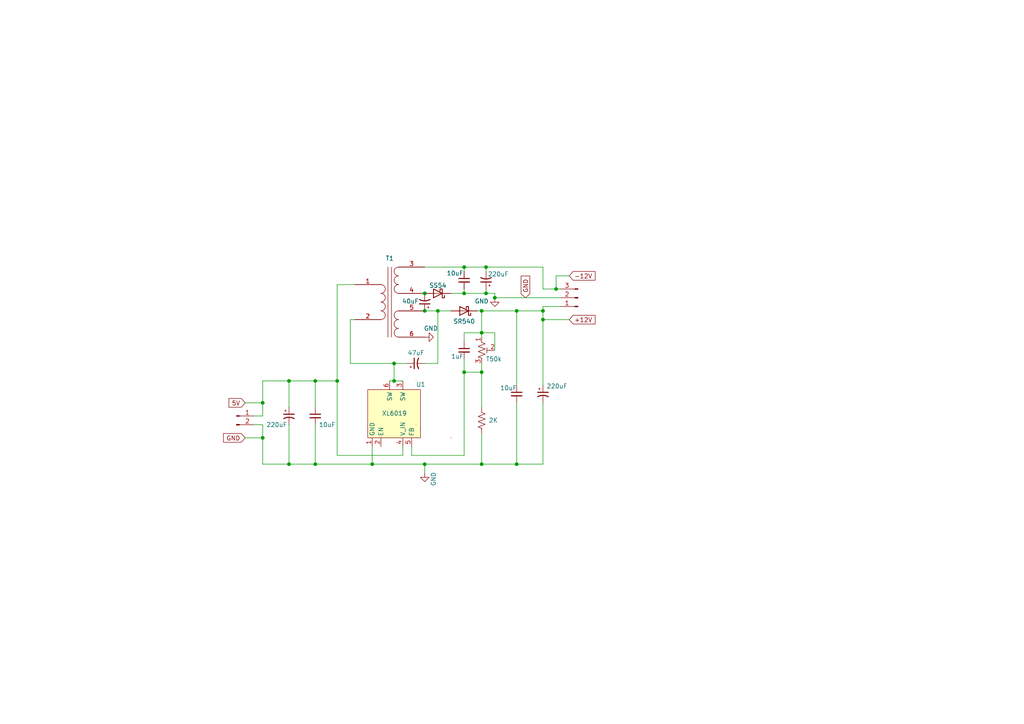
<source format=kicad_sch>
(kicad_sch (version 20231120) (generator "eeschema") (generator_version "8.0")
  (paper "A4")
  (lib_symbols
    (symbol "Connector:Conn_01x02_Pin" (pin_names (offset 1.016) hide)
      (property "Reference" "J" (at 0 2.54 0))
      (property "Value" "Conn_01x02_Pin" (at 0 -5.08 0))
      (symbol "Conn_01x02_Pin_1_1"
        (polyline (pts (xy 1.27 -2.54) (xy 0.8636 -2.54)) (stroke (width 0.1524)))
        (polyline (pts (xy 1.27 0) (xy 0.8636 0)) (stroke (width 0.1524)))
        (rectangle (start 0.8636 -2.413) (end 0 -2.667) (stroke (width 0.1524)) (fill (type outline)))
        (rectangle (start 0.8636 0.127) (end 0 -0.127) (stroke (width 0.1524)) (fill (type outline)))
        (pin passive line (at 5.08 0 180) (length 3.81) (name "Pin_1") (number "1"))
        (pin passive line (at 5.08 -2.54 180) (length 3.81) (name "Pin_2") (number "2"))
      )
    )
    (symbol "Connector:Conn_01x03_Pin" (pin_names (offset 1.016) hide)
      (property "Reference" "J" (at 0 5.08 0))
      (property "Value" "Conn_01x03_Pin" (at 0 -5.08 0))
      (symbol "Conn_01x03_Pin_1_1"
        (polyline (pts (xy 1.27 -2.54) (xy 0.8636 -2.54)) (stroke (width 0.1524)))
        (polyline (pts (xy 1.27 0) (xy 0.8636 0)) (stroke (width 0.1524)))
        (polyline (pts (xy 1.27 2.54) (xy 0.8636 2.54)) (stroke (width 0.1524)))
        (rectangle (start 0.8636 -2.413) (end 0 -2.667) (stroke (width 0.1524)) (fill (type outline)))
        (rectangle (start 0.8636 0.127) (end 0 -0.127) (stroke (width 0.1524)) (fill (type outline)))
        (rectangle (start 0.8636 2.667) (end 0 2.413) (stroke (width 0.1524)) (fill (type outline)))
        (pin passive line (at 5.08 2.54 180) (length 3.81) (name "Pin_1") (number "1"))
        (pin passive line (at 5.08 0 180) (length 3.81) (name "Pin_2") (number "2"))
        (pin passive line (at 5.08 -2.54 180) (length 3.81) (name "Pin_3") (number "3"))
      )
    )
    (symbol "Device:C_Polarized_Small_US" (pin_numbers hide) (pin_names (offset 0.254) hide)
      (property "Reference" "C" (at 0.254 1.778 0))
      (property "Value" "C_Polarized_Small_US" (at 0.254 -2.032 0))
      (symbol "C_Polarized_Small_US_0_1"
        (polyline (pts (xy -1.524 0.508) (xy 1.524 0.508)) (stroke (width 0.3048)))
        (polyline (pts (xy -1.27 1.524) (xy -0.762 1.524)))
        (polyline (pts (xy -1.016 1.27) (xy -1.016 1.778)))
        (arc (start 1.524 -0.762) (mid 0 -0.3734) (end -1.524 -0.762) (stroke (width 0.3048)))
      )
      (symbol "C_Polarized_Small_US_1_1"
        (pin passive line (at 0 2.54 270) (length 2.032) (name "~") (number "1"))
        (pin passive line (at 0 -2.54 90) (length 2.032) (name "~") (number "2"))
      )
    )
    (symbol "Device:C_Small" (pin_numbers hide) (pin_names (offset 0.254) hide)
      (property "Reference" "C" (at 0.254 1.778 0))
      (property "Value" "C_Small" (at 0.254 -2.032 0))
      (symbol "C_Small_0_1"
        (polyline (pts (xy -1.524 -0.508) (xy 1.524 -0.508)) (stroke (width 0.3302)))
        (polyline (pts (xy -1.524 0.508) (xy 1.524 0.508)) (stroke (width 0.3048)))
      )
      (symbol "C_Small_1_1"
        (pin passive line (at 0 2.54 270) (length 2.032) (name "~") (number "1"))
        (pin passive line (at 0 -2.54 90) (length 2.032) (name "~") (number "2"))
      )
    )
    (symbol "Device:D_Schottky" (pin_numbers hide) (pin_names (offset 1.016) hide)
      (property "Reference" "D" (at 0 2.54 0))
      (property "Value" "D_Schottky" (at 0 -2.54 0))
      (symbol "D_Schottky_0_1"
        (polyline (pts (xy 1.27 0) (xy -1.27 0)))
        (polyline (pts (xy 1.27 1.27) (xy 1.27 -1.27) (xy -1.27 0) (xy 1.27 1.27)) (stroke (width 0.254)))
        (polyline (pts (xy -1.905 0.635) (xy -1.905 1.27) (xy -1.27 1.27) (xy -1.27 -1.27) (xy -0.635 -1.27) (xy -0.635 -0.635)) (stroke (width 0.254)))
      )
      (symbol "D_Schottky_1_1"
        (pin passive line (at -3.81 0 0) (length 2.54) (name "K") (number "1"))
        (pin passive line (at 3.81 0 180) (length 2.54) (name "A") (number "2"))
      )
    )
    (symbol "Device:R_Potentiometer_Trim_US" (pin_names (offset 1.016) hide)
      (property "Reference" "RV" (at -4.445 0 90))
      (property "Value" "R_Potentiometer_Trim_US" (at -2.54 0 90))
      (symbol "R_Potentiometer_Trim_US_0_1"
        (polyline (pts (xy 0 -2.286) (xy 0 -2.54)))
        (polyline (pts (xy 0 2.286) (xy 0 2.54)))
        (polyline (pts (xy 1.524 0.762) (xy 1.524 -0.762)))
        (polyline (pts (xy 2.54 0) (xy 1.524 0)))
        (polyline (pts (xy 0 -0.762) (xy 1.016 -1.143) (xy 0 -1.524) (xy -1.016 -1.905) (xy 0 -2.286)))
        (polyline (pts (xy 0 0.762) (xy 1.016 0.381) (xy 0 0) (xy -1.016 -0.381) (xy 0 -0.762)))
        (polyline (pts (xy 0 2.286) (xy 1.016 1.905) (xy 0 1.524) (xy -1.016 1.143) (xy 0 0.762)))
      )
      (symbol "R_Potentiometer_Trim_US_1_1"
        (pin passive line (at 0 3.81 270) (length 1.27) (name "1") (number "1"))
        (pin passive line (at 3.81 0 180) (length 1.27) (name "2") (number "2"))
        (pin passive line (at 0 -3.81 90) (length 1.27) (name "3") (number "3"))
      )
    )
    (symbol "Device:R_US" (pin_numbers hide) (pin_names (offset 0))
      (property "Reference" "R" (at 2.54 0 90))
      (property "Value" "R_US" (at -2.54 0 90))
      (symbol "R_US_0_1"
        (polyline (pts (xy 0 -2.286) (xy 0 -2.54)))
        (polyline (pts (xy 0 2.286) (xy 0 2.54)))
        (polyline (pts (xy 0 -0.762) (xy 1.016 -1.143) (xy 0 -1.524) (xy -1.016 -1.905) (xy 0 -2.286)))
        (polyline (pts (xy 0 0.762) (xy 1.016 0.381) (xy 0 0) (xy -1.016 -0.381) (xy 0 -0.762)))
        (polyline (pts (xy 0 2.286) (xy 1.016 1.905) (xy 0 1.524) (xy -1.016 1.143) (xy 0 0.762)))
      )
      (symbol "R_US_1_1"
        (pin passive line (at 0 3.81 270) (length 1.27) (name "~") (number "1"))
        (pin passive line (at 0 -3.81 90) (length 1.27) (name "~") (number "2"))
      )
    )
    (symbol "Device:Transformer_1P_2S" (pin_names (offset 1.016) hide)
      (property "Reference" "T" (at 0 12.7 0))
      (property "Value" "Transformer_1P_2S" (at 0 -12.7 0))
      (symbol "Transformer_1P_2S_0_1"
        (arc (start -2.54 -5.0546) (mid -1.6599 -4.6901) (end -1.27 -3.81))
        (arc (start -2.54 -2.5146) (mid -1.6599 -2.1501) (end -1.27 -1.27))
        (arc (start -2.54 0.0254) (mid -1.6599 0.3899) (end -1.27 1.27))
        (arc (start -2.54 2.5654) (mid -1.6599 2.9299) (end -1.27 3.81))
        (arc (start -1.27 -3.81) (mid -1.642 -2.912) (end -2.54 -2.54))
        (arc (start -1.27 -1.27) (mid -1.642 -0.372) (end -2.54 0))
        (arc (start -1.27 1.27) (mid -1.642 2.168) (end -2.54 2.54))
        (arc (start -1.27 3.81) (mid -1.642 4.708) (end -2.54 5.08))
        (polyline (pts (xy -0.508 -10.16) (xy -0.508 10.16)))
        (polyline (pts (xy 0.508 10.16) (xy 0.508 -10.16)))
        (arc (start 1.2954 -8.89) (mid 1.6599 -9.7701) (end 2.54 -10.1346))
        (arc (start 1.2954 -6.35) (mid 1.6599 -7.2301) (end 2.54 -7.5946))
        (arc (start 1.2954 -3.81) (mid 1.6599 -4.6901) (end 2.54 -5.0546))
        (arc (start 1.2954 3.81) (mid 1.6599 2.9299) (end 2.54 2.5654))
        (arc (start 1.2954 6.35) (mid 1.6599 5.4699) (end 2.54 5.1054))
        (arc (start 1.2954 8.89) (mid 1.6599 8.0099) (end 2.54 7.6454))
        (arc (start 2.54 -7.62) (mid 1.642 -7.992) (end 1.2954 -8.89))
        (arc (start 2.54 -5.08) (mid 1.642 -5.452) (end 1.2954 -6.35))
        (arc (start 2.54 -2.54) (mid 1.642 -2.912) (end 1.2954 -3.81))
        (arc (start 2.54 5.08) (mid 1.642 4.708) (end 1.2954 3.81))
        (arc (start 2.54 7.62) (mid 1.642 7.248) (end 1.2954 6.35))
        (arc (start 2.54 10.16) (mid 1.642 9.788) (end 1.2954 8.89))
      )
      (symbol "Transformer_1P_2S_1_1"
        (pin passive line (at -10.16 5.08 0) (length 7.62) (name "AA") (number "1"))
        (pin passive line (at -10.16 -5.08 0) (length 7.62) (name "AB") (number "2"))
        (pin passive line (at 10.16 10.16 180) (length 7.62) (name "SA") (number "3"))
        (pin passive line (at 10.16 2.54 180) (length 7.62) (name "SB") (number "4"))
        (pin passive line (at 10.16 -2.54 180) (length 7.62) (name "SC") (number "5"))
        (pin passive line (at 10.16 -10.16 180) (length 7.62) (name "SD") (number "6"))
      )
    )
    (symbol "created:XL6019"
      (property "Reference" "U" (at 0 -10.16 0))
      (property "Value" "XL6019" (at 0 7.62 0))
      (symbol "XL6019_0_1"
        (rectangle (start -10.16 5.08) (end -10.16 5.08))
        (rectangle (start -7.62 6.35) (end 6.35 -8.89) (fill (type background)))
        (rectangle (start 2.54 5.08) (end 2.54 5.08))
        (rectangle (start 3.81 6.35) (end 3.81 6.35))
        (rectangle (start 6.35 15.24) (end 6.35 15.24))
        (rectangle (start 6.35 15.24) (end 6.35 15.24))
      )
      (symbol "XL6019_1_1"
        (pin power_in line (at 8.89 -7.62 180) (length 2.54) (name "GND") (number "1"))
        (pin input line (at 8.89 -5.08 180) (length 2.54) (name "EN") (number "2"))
        (pin input line (at -10.16 1.27 0) (length 2.54) (name "SW") (number "3"))
        (pin power_in line (at 8.89 1.27 180) (length 2.54) (name "V_IN") (number "4"))
        (pin power_in line (at 8.89 3.81 180) (length 2.54) (name "FB") (number "5"))
        (pin input line (at -10.16 -2.54 0) (length 2.54) (name "SW") (number "6"))
      )
    )
    (symbol "power:GND" (power) (pin_numbers hide) (pin_names (offset 0) hide)
      (property "Value" "GND" (at 0 -3.81 0))
      (symbol "GND_0_1"
        (polyline (pts (xy 0 0) (xy 0 -1.27) (xy 1.27 -1.27) (xy 0 -2.54) (xy -1.27 -1.27) (xy 0 -1.27)))
      )
      (symbol "GND_1_1"
        (pin power_in line (at 0 0 270) (length 0) (name "~") (number "1"))
      )
    )
  )
  (junction (at 149.86 90.17))
  (junction (at 107.95 134.62))
  (junction (at 139.7 90.17))
  (junction (at 157.48 90.17))
  (junction (at 97.79 110.49))
  (junction (at 149.86 134.62))
  (junction (at 123.19 134.62))
  (junction (at 161.29 83.82))
  (junction (at 134.62 107.95))
  (junction (at 114.3 105.41))
  (junction (at 139.7 134.62))
  (junction (at 134.62 77.47))
  (junction (at 123.19 90.17))
  (junction (at 143.51 86.36))
  (junction (at 83.82 134.62))
  (junction (at 91.44 110.49))
  (junction (at 140.97 85.09))
  (junction (at 157.48 92.71))
  (junction (at 76.2 116.84))
  (junction (at 114.3 110.49))
  (junction (at 91.44 134.62))
  (junction (at 76.2 127))
  (junction (at 123.19 85.09))
  (junction (at 140.97 77.47))
  (junction (at 83.82 110.49))
  (junction (at 127 90.17))
  (junction (at 139.7 107.95))
  (junction (at 134.62 85.09))
  (junction (at 139.7 96.52))
  (wire (pts (xy 127 105.41) (xy 127 90.17)))
  (wire (pts (xy 143.51 96.52) (xy 143.51 101.6)))
  (wire (pts (xy 101.6 105.41) (xy 114.3 105.41)))
  (wire (pts (xy 134.62 107.95) (xy 139.7 107.95)))
  (wire (pts (xy 149.86 111.76) (xy 149.86 90.17)))
  (wire (pts (xy 123.19 137.16) (xy 123.19 134.62)))
  (wire (pts (xy 139.7 134.62) (xy 149.86 134.62)))
  (wire (pts (xy 73.66 123.19) (xy 76.2 123.19)))
  (wire (pts (xy 134.62 83.82) (xy 134.62 85.09)))
  (wire (pts (xy 157.48 83.82) (xy 157.48 77.47)))
  (wire (pts (xy 134.62 77.47) (xy 123.19 77.47)))
  (wire (pts (xy 149.86 116.84) (xy 149.86 134.62)))
  (wire (pts (xy 139.7 107.95) (xy 139.7 105.41)))
  (wire (pts (xy 165.1 80.01) (xy 161.29 80.01)))
  (wire (pts (xy 101.6 92.71) (xy 102.87 92.71)))
  (wire (pts (xy 157.48 116.84) (xy 157.48 134.62)))
  (wire (pts (xy 157.48 90.17) (xy 157.48 92.71)))
  (wire (pts (xy 162.56 88.9) (xy 157.48 88.9)))
  (wire (pts (xy 140.97 85.09) (xy 143.51 85.09)))
  (wire (pts (xy 140.97 78.74) (xy 140.97 77.47)))
  (wire (pts (xy 157.48 92.71) (xy 157.48 111.76)))
  (wire (pts (xy 119.38 132.08) (xy 134.62 132.08)))
  (wire (pts (xy 123.19 90.17) (xy 127 90.17)))
  (wire (pts (xy 139.7 96.52) (xy 134.62 96.52)))
  (wire (pts (xy 139.7 96.52) (xy 143.51 96.52)))
  (wire (pts (xy 134.62 85.09) (xy 140.97 85.09)))
  (wire (pts (xy 83.82 134.62) (xy 91.44 134.62)))
  (wire (pts (xy 140.97 83.82) (xy 140.97 85.09)))
  (wire (pts (xy 149.86 90.17) (xy 157.48 90.17)))
  (wire (pts (xy 91.44 110.49) (xy 91.44 118.11)))
  (wire (pts (xy 165.1 92.71) (xy 157.48 92.71)))
  (wire (pts (xy 143.51 86.36) (xy 162.56 86.36)))
  (wire (pts (xy 139.7 125.73) (xy 139.7 134.62)))
  (wire (pts (xy 118.11 105.41) (xy 114.3 105.41)))
  (wire (pts (xy 91.44 110.49) (xy 83.82 110.49)))
  (wire (pts (xy 134.62 96.52) (xy 134.62 99.06)))
  (wire (pts (xy 76.2 127) (xy 76.2 134.62)))
  (wire (pts (xy 91.44 110.49) (xy 97.79 110.49)))
  (wire (pts (xy 161.29 80.01) (xy 161.29 83.82)))
  (wire (pts (xy 127 90.17) (xy 130.81 90.17)))
  (wire (pts (xy 83.82 123.19) (xy 83.82 134.62)))
  (wire (pts (xy 114.3 110.49) (xy 113.03 110.49)))
  (wire (pts (xy 123.19 134.62) (xy 139.7 134.62)))
  (wire (pts (xy 138.43 90.17) (xy 139.7 90.17)))
  (wire (pts (xy 143.51 86.36) (xy 143.51 85.09)))
  (wire (pts (xy 161.29 83.82) (xy 157.48 83.82)))
  (wire (pts (xy 114.3 105.41) (xy 114.3 110.49)))
  (wire (pts (xy 107.95 134.62) (xy 123.19 134.62)))
  (wire (pts (xy 140.97 77.47) (xy 134.62 77.47)))
  (wire (pts (xy 101.6 105.41) (xy 101.6 92.71)))
  (wire (pts (xy 114.3 110.49) (xy 116.84 110.49)))
  (wire (pts (xy 157.48 88.9) (xy 157.48 90.17)))
  (wire (pts (xy 97.79 82.55) (xy 97.79 110.49)))
  (wire (pts (xy 71.12 127) (xy 76.2 127)))
  (wire (pts (xy 162.56 83.82) (xy 161.29 83.82)))
  (wire (pts (xy 134.62 132.08) (xy 134.62 107.95)))
  (wire (pts (xy 134.62 104.14) (xy 134.62 107.95)))
  (wire (pts (xy 76.2 120.65) (xy 73.66 120.65)))
  (wire (pts (xy 139.7 90.17) (xy 149.86 90.17)))
  (wire (pts (xy 76.2 110.49) (xy 76.2 116.84)))
  (wire (pts (xy 71.12 116.84) (xy 76.2 116.84)))
  (wire (pts (xy 107.95 129.54) (xy 107.95 134.62)))
  (wire (pts (xy 134.62 78.74) (xy 134.62 77.47)))
  (wire (pts (xy 97.79 110.49) (xy 97.79 132.08)))
  (wire (pts (xy 91.44 123.19) (xy 91.44 134.62)))
  (wire (pts (xy 157.48 77.47) (xy 140.97 77.47)))
  (wire (pts (xy 76.2 134.62) (xy 83.82 134.62)))
  (wire (pts (xy 97.79 132.08) (xy 116.84 132.08)))
  (wire (pts (xy 139.7 90.17) (xy 139.7 96.52)))
  (wire (pts (xy 139.7 97.79) (xy 139.7 96.52)))
  (wire (pts (xy 139.7 118.11) (xy 139.7 107.95)))
  (wire (pts (xy 102.87 82.55) (xy 97.79 82.55)))
  (wire (pts (xy 76.2 116.84) (xy 76.2 120.65)))
  (wire (pts (xy 83.82 110.49) (xy 83.82 118.11)))
  (wire (pts (xy 83.82 110.49) (xy 76.2 110.49)))
  (wire (pts (xy 91.44 134.62) (xy 107.95 134.62)))
  (wire (pts (xy 116.84 129.54) (xy 116.84 132.08)))
  (wire (pts (xy 76.2 123.19) (xy 76.2 127)))
  (wire (pts (xy 149.86 134.62) (xy 157.48 134.62)))
  (wire (pts (xy 119.38 132.08) (xy 119.38 129.54)))
  (wire (pts (xy 123.19 105.41) (xy 127 105.41)))
  (wire (pts (xy 130.81 85.09) (xy 134.62 85.09)))
  (global_label "GND" (shape input) (at 152.4 86.36 90) (property "Intersheetrefs" "${INTERSHEET_REFS}" (effects (hide yes))))
  (global_label "5V" (shape input) (at 71.12 116.84 180) (property "Intersheetrefs" "${INTERSHEET_REFS}" (effects (hide yes))))
  (global_label "GND" (shape input) (at 71.12 127 180) (property "Intersheetrefs" "${INTERSHEET_REFS}" (effects (hide yes))))
  (global_label "+12V" (shape input) (at 165.1 92.71 0) (property "Intersheetrefs" "${INTERSHEET_REFS}" (effects (hide yes))))
  (global_label "-12V" (shape input) (at 165.1 80.01 0) (property "Intersheetrefs" "${INTERSHEET_REFS}" (effects (hide yes))))
  (symbol (lib_id "Device:D_Schottky") (at 127 85.09 180) (unit 1)
    (property "Reference" "D2" (effects (hide yes)))
    (property "Value" "SS54" (at 127 82.804 0))
    (property "Description" "Schottky diode" (effects (hide yes)))
  )
  (symbol (lib_id "Device:C_Polarized_Small_US") (at 140.97 81.28 180) (unit 1)
    (property "Reference" "C1" (effects (hide yes)))
    (property "Value" "220uF" (at 141.478 79.502 0) (effects (justify right)))
    (property "Description" "Polarized capacitor, small US symbol" (effects (hide yes)))
  )
  (symbol (lib_id "Connector:Conn_01x02_Pin") (at 68.58 120.65 0) (unit 1)
    (property "Reference" "J2" (effects (hide yes)))
    (property "Value" "Conn_01x02_Pin" (effects (hide yes)))
    (property "Description" "Generic connector, single row, 01x02, script generated" (effects (hide yes)))
  )
  (symbol (lib_id "Device:R_Potentiometer_Trim_US") (at 139.7 101.6 0) (unit 1)
    (property "Reference" "RV1" (effects (hide yes)))
    (property "Value" "T50k" (at 145.542 104.14 0) (effects (justify right)))
    (property "Description" "Trim-potentiometer, US symbol" (effects (hide yes)))
  )
  (symbol (lib_id "Device:C_Small") (at 134.62 81.28 0) (unit 1)
    (property "Reference" "C9" (effects (hide yes)))
    (property "Value" "10uF" (at 129.54 79.248 0) (effects (justify left)))
    (property "Description" "Unpolarized capacitor, small symbol" (effects (hide yes)))
  )
  (symbol (lib_id "Device:Transformer_1P_2S") (at 113.03 87.63 0) (unit 1)
    (property "Reference" "T1" (at 113.03 74.93 0))
    (property "Value" "Transformer_1P_2S" (effects (hide yes)))
    (property "Description" "Transformer, single primary, dual secondary" (effects (hide yes)))
  )
  (symbol (lib_id "Device:C_Polarized_Small_US") (at 157.48 114.3 0) (unit 1)
    (property "Reference" "C4" (effects (hide yes)))
    (property "Value" "220uF" (at 158.496 112.014 0) (effects (justify left)))
    (property "Description" "Polarized capacitor, small US symbol" (effects (hide yes)))
  )
  (symbol (lib_id "created:XL6019") (at 115.57 120.65 270) (unit 1)
    (property "Reference" "U1" (at 120.65 111.506 90) (effects (justify left)))
    (property "Value" "XL6019" (at 110.744 119.888 90) (effects (justify left)))
    (property "Description" "Digital Rheostat" (effects (hide yes)))
  )
  (symbol (lib_id "Device:C_Small") (at 149.86 114.3 0) (unit 1)
    (property "Reference" "C8" (effects (hide yes)))
    (property "Value" "10uF" (at 145.034 112.522 0) (effects (justify left)))
    (property "Description" "Unpolarized capacitor, small symbol" (effects (hide yes)))
  )
  (symbol (lib_id "power:GND") (at 123.19 137.16 0) (unit 1)
    (property "Reference" "#PWR03" (effects (hide yes)))
    (property "Value" "GND" (at 125.73 136.906 90) (effects (justify right)))
    (property "Description" "Power symbol creates a global label with name \"GND\" , ground" (effects (hide yes)))
  )
  (symbol (lib_id "Device:D_Schottky") (at 134.62 90.17 180) (unit 1)
    (property "Reference" "D1" (effects (hide yes)))
    (property "Value" "SR540" (at 134.62 93.218 0))
    (property "Description" "Schottky diode" (effects (hide yes)))
  )
  (symbol (lib_id "Connector:Conn_01x03_Pin") (at 167.64 86.36 180) (unit 1)
    (property "Reference" "J1" (effects (hide yes)))
    (property "Value" "Conn_01x03_Pin" (effects (hide yes)))
    (property "Description" "Generic connector, single row, 01x03, script generated" (effects (hide yes)))
  )
  (symbol (lib_id "Device:C_Polarized_Small_US") (at 120.65 105.41 90) (unit 1)
    (property "Reference" "C5" (effects (hide yes)))
    (property "Value" "47uF" (at 120.65 102.362 90))
    (property "Description" "Polarized capacitor, small US symbol" (effects (hide yes)))
  )
  (symbol (lib_id "power:GND") (at 123.19 97.79 90) (unit 1)
    (property "Reference" "#PWR01" (effects (hide yes)))
    (property "Value" "GND" (at 122.936 95.25 90) (effects (justify right)))
    (property "Description" "Power symbol creates a global label with name \"GND\" , ground" (effects (hide yes)))
  )
  (symbol (lib_id "Device:C_Small") (at 91.44 120.65 0) (unit 1)
    (property "Reference" "C7" (effects (hide yes)))
    (property "Value" "10uF" (at 92.456 123.19 0) (effects (justify left)))
    (property "Description" "Unpolarized capacitor, small symbol" (effects (hide yes)))
  )
  (symbol (lib_id "Device:C_Polarized_Small_US") (at 83.82 120.65 0) (unit 1)
    (property "Reference" "C3" (effects (hide yes)))
    (property "Value" "220uF" (at 77.216 123.19 0) (effects (justify left)))
    (property "Description" "Polarized capacitor, small US symbol" (effects (hide yes)))
  )
  (symbol (lib_id "Device:C_Polarized_Small_US") (at 123.19 87.63 180) (unit 1)
    (property "Reference" "C2" (effects (hide yes)))
    (property "Value" "40uF" (at 116.586 87.376 0) (effects (justify right)))
    (property "Description" "Polarized capacitor, small US symbol" (effects (hide yes)))
  )
  (symbol (lib_id "Device:C_Small") (at 134.62 101.6 0) (unit 1)
    (property "Reference" "C6" (effects (hide yes)))
    (property "Value" "1uF" (at 130.81 103.378 0) (effects (justify left)))
    (property "Description" "Unpolarized capacitor, small symbol" (effects (hide yes)))
  )
  (symbol (lib_id "power:GND") (at 143.51 86.36 0) (unit 1)
    (property "Reference" "#PWR02" (effects (hide yes)))
    (property "Value" "GND" (at 139.7 87.376 0))
    (property "Description" "Power symbol creates a global label with name \"GND\" , ground" (effects (hide yes)))
  )
  (symbol (lib_id "Device:R_US") (at 139.7 121.92 0) (unit 1)
    (property "Reference" "R1" (effects (hide yes)))
    (property "Value" "2K" (at 141.732 121.92 0) (effects (justify left)))
    (property "Description" "Resistor, US symbol" (effects (hide yes)))
  )
)
</source>
